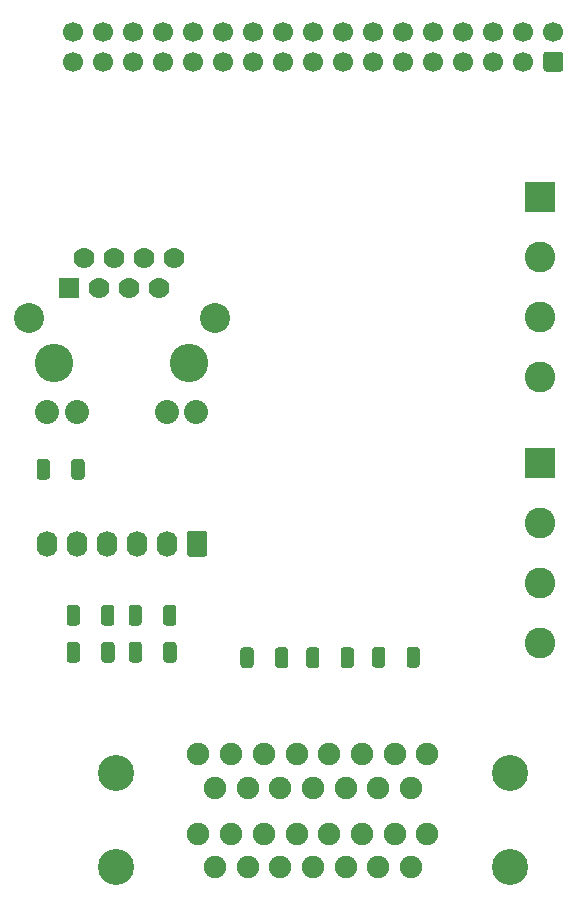
<source format=gbr>
%TF.GenerationSoftware,KiCad,Pcbnew,(5.1.9)-1*%
%TF.CreationDate,2021-06-09T13:11:05-04:00*%
%TF.ProjectId,encoder signal conditioner_rev7,656e636f-6465-4722-9073-69676e616c20,rev?*%
%TF.SameCoordinates,Original*%
%TF.FileFunction,Soldermask,Top*%
%TF.FilePolarity,Negative*%
%FSLAX46Y46*%
G04 Gerber Fmt 4.6, Leading zero omitted, Abs format (unit mm)*
G04 Created by KiCad (PCBNEW (5.1.9)-1) date 2021-06-09 13:11:05*
%MOMM*%
%LPD*%
G01*
G04 APERTURE LIST*
%ADD10C,3.050000*%
%ADD11C,1.900000*%
%ADD12O,1.740000X2.190000*%
%ADD13C,2.600000*%
%ADD14R,2.600000X2.600000*%
%ADD15C,3.251200*%
%ADD16C,2.540000*%
%ADD17C,2.032000*%
%ADD18C,1.778000*%
%ADD19R,1.778000X1.778000*%
%ADD20C,1.700000*%
G04 APERTURE END LIST*
D10*
%TO.C,U1*%
X144170540Y-122120400D03*
X110850540Y-122120400D03*
X144170540Y-114120400D03*
X110850540Y-114120400D03*
D11*
X117829540Y-112530400D03*
X117829540Y-119280400D03*
X119214540Y-115370400D03*
X120599540Y-112530400D03*
X121984540Y-115370400D03*
X123369540Y-112530400D03*
X124754540Y-115370400D03*
X126139540Y-112530400D03*
X127524540Y-115370400D03*
X128909540Y-112530400D03*
X130294540Y-115370400D03*
X131679540Y-112530400D03*
X133064540Y-115370400D03*
X134449540Y-112530400D03*
X135834540Y-115370400D03*
X137219540Y-112530400D03*
X119214540Y-122120400D03*
X120599540Y-119280400D03*
X121984540Y-122120400D03*
X123369540Y-119280400D03*
X124754540Y-122120400D03*
X126139540Y-119280400D03*
X127524540Y-122120400D03*
X128909540Y-119280400D03*
X130294540Y-122120400D03*
X131679540Y-119280400D03*
X133064540Y-122120400D03*
X134449540Y-119280400D03*
X135834540Y-122120400D03*
X137219540Y-119280400D03*
%TD*%
D12*
%TO.C,J2*%
X105008600Y-94714060D03*
X107548600Y-94714060D03*
X110088600Y-94714060D03*
X112628600Y-94714060D03*
X115168600Y-94714060D03*
G36*
G01*
X118578600Y-93869059D02*
X118578600Y-95559061D01*
G75*
G02*
X118328601Y-95809060I-249999J0D01*
G01*
X117088599Y-95809060D01*
G75*
G02*
X116838600Y-95559061I0J249999D01*
G01*
X116838600Y-93869059D01*
G75*
G02*
X117088599Y-93619060I249999J0D01*
G01*
X118328601Y-93619060D01*
G75*
G02*
X118578600Y-93869059I0J-249999D01*
G01*
G37*
%TD*%
D13*
%TO.C,J4*%
X146740880Y-80571340D03*
X146740880Y-75491340D03*
X146740880Y-70411340D03*
D14*
X146740880Y-65331340D03*
%TD*%
D13*
%TO.C,J5*%
X146740880Y-103164640D03*
X146740880Y-98084640D03*
X146740880Y-93004640D03*
D14*
X146740880Y-87924640D03*
%TD*%
%TO.C,120*%
G36*
G01*
X124302820Y-104991062D02*
X124302820Y-103741058D01*
G75*
G02*
X124552818Y-103491060I249998J0D01*
G01*
X125177822Y-103491060D01*
G75*
G02*
X125427820Y-103741058I0J-249998D01*
G01*
X125427820Y-104991062D01*
G75*
G02*
X125177822Y-105241060I-249998J0D01*
G01*
X124552818Y-105241060D01*
G75*
G02*
X124302820Y-104991062I0J249998D01*
G01*
G37*
G36*
G01*
X121377820Y-104991062D02*
X121377820Y-103741058D01*
G75*
G02*
X121627818Y-103491060I249998J0D01*
G01*
X122252822Y-103491060D01*
G75*
G02*
X122502820Y-103741058I0J-249998D01*
G01*
X122502820Y-104991062D01*
G75*
G02*
X122252822Y-105241060I-249998J0D01*
G01*
X121627818Y-105241060D01*
G75*
G02*
X121377820Y-104991062I0J249998D01*
G01*
G37*
%TD*%
%TO.C,120*%
G36*
G01*
X129873310Y-104991062D02*
X129873310Y-103741058D01*
G75*
G02*
X130123308Y-103491060I249998J0D01*
G01*
X130748312Y-103491060D01*
G75*
G02*
X130998310Y-103741058I0J-249998D01*
G01*
X130998310Y-104991062D01*
G75*
G02*
X130748312Y-105241060I-249998J0D01*
G01*
X130123308Y-105241060D01*
G75*
G02*
X129873310Y-104991062I0J249998D01*
G01*
G37*
G36*
G01*
X126948310Y-104991062D02*
X126948310Y-103741058D01*
G75*
G02*
X127198308Y-103491060I249998J0D01*
G01*
X127823312Y-103491060D01*
G75*
G02*
X128073310Y-103741058I0J-249998D01*
G01*
X128073310Y-104991062D01*
G75*
G02*
X127823312Y-105241060I-249998J0D01*
G01*
X127198308Y-105241060D01*
G75*
G02*
X126948310Y-104991062I0J249998D01*
G01*
G37*
%TD*%
%TO.C,120*%
G36*
G01*
X135443800Y-104955502D02*
X135443800Y-103705498D01*
G75*
G02*
X135693798Y-103455500I249998J0D01*
G01*
X136318802Y-103455500D01*
G75*
G02*
X136568800Y-103705498I0J-249998D01*
G01*
X136568800Y-104955502D01*
G75*
G02*
X136318802Y-105205500I-249998J0D01*
G01*
X135693798Y-105205500D01*
G75*
G02*
X135443800Y-104955502I0J249998D01*
G01*
G37*
G36*
G01*
X132518800Y-104955502D02*
X132518800Y-103705498D01*
G75*
G02*
X132768798Y-103455500I249998J0D01*
G01*
X133393802Y-103455500D01*
G75*
G02*
X133643800Y-103705498I0J-249998D01*
G01*
X133643800Y-104955502D01*
G75*
G02*
X133393802Y-105205500I-249998J0D01*
G01*
X132768798Y-105205500D01*
G75*
G02*
X132518800Y-104955502I0J249998D01*
G01*
G37*
%TD*%
%TO.C,R7*%
G36*
G01*
X107794760Y-103278778D02*
X107794760Y-104528782D01*
G75*
G02*
X107544762Y-104778780I-249998J0D01*
G01*
X106919758Y-104778780D01*
G75*
G02*
X106669760Y-104528782I0J249998D01*
G01*
X106669760Y-103278778D01*
G75*
G02*
X106919758Y-103028780I249998J0D01*
G01*
X107544762Y-103028780D01*
G75*
G02*
X107794760Y-103278778I0J-249998D01*
G01*
G37*
G36*
G01*
X110719760Y-103278778D02*
X110719760Y-104528782D01*
G75*
G02*
X110469762Y-104778780I-249998J0D01*
G01*
X109844758Y-104778780D01*
G75*
G02*
X109594760Y-104528782I0J249998D01*
G01*
X109594760Y-103278778D01*
G75*
G02*
X109844758Y-103028780I249998J0D01*
G01*
X110469762Y-103028780D01*
G75*
G02*
X110719760Y-103278778I0J-249998D01*
G01*
G37*
%TD*%
%TO.C,R8*%
G36*
G01*
X107789140Y-100157118D02*
X107789140Y-101407122D01*
G75*
G02*
X107539142Y-101657120I-249998J0D01*
G01*
X106914138Y-101657120D01*
G75*
G02*
X106664140Y-101407122I0J249998D01*
G01*
X106664140Y-100157118D01*
G75*
G02*
X106914138Y-99907120I249998J0D01*
G01*
X107539142Y-99907120D01*
G75*
G02*
X107789140Y-100157118I0J-249998D01*
G01*
G37*
G36*
G01*
X110714140Y-100157118D02*
X110714140Y-101407122D01*
G75*
G02*
X110464142Y-101657120I-249998J0D01*
G01*
X109839138Y-101657120D01*
G75*
G02*
X109589140Y-101407122I0J249998D01*
G01*
X109589140Y-100157118D01*
G75*
G02*
X109839138Y-99907120I249998J0D01*
G01*
X110464142Y-99907120D01*
G75*
G02*
X110714140Y-100157118I0J-249998D01*
G01*
G37*
%TD*%
%TO.C,R9*%
G36*
G01*
X114831700Y-101407122D02*
X114831700Y-100157118D01*
G75*
G02*
X115081698Y-99907120I249998J0D01*
G01*
X115706702Y-99907120D01*
G75*
G02*
X115956700Y-100157118I0J-249998D01*
G01*
X115956700Y-101407122D01*
G75*
G02*
X115706702Y-101657120I-249998J0D01*
G01*
X115081698Y-101657120D01*
G75*
G02*
X114831700Y-101407122I0J249998D01*
G01*
G37*
G36*
G01*
X111906700Y-101407122D02*
X111906700Y-100157118D01*
G75*
G02*
X112156698Y-99907120I249998J0D01*
G01*
X112781702Y-99907120D01*
G75*
G02*
X113031700Y-100157118I0J-249998D01*
G01*
X113031700Y-101407122D01*
G75*
G02*
X112781702Y-101657120I-249998J0D01*
G01*
X112156698Y-101657120D01*
G75*
G02*
X111906700Y-101407122I0J249998D01*
G01*
G37*
%TD*%
%TO.C,R10*%
G36*
G01*
X114852020Y-104528782D02*
X114852020Y-103278778D01*
G75*
G02*
X115102018Y-103028780I249998J0D01*
G01*
X115727022Y-103028780D01*
G75*
G02*
X115977020Y-103278778I0J-249998D01*
G01*
X115977020Y-104528782D01*
G75*
G02*
X115727022Y-104778780I-249998J0D01*
G01*
X115102018Y-104778780D01*
G75*
G02*
X114852020Y-104528782I0J249998D01*
G01*
G37*
G36*
G01*
X111927020Y-104528782D02*
X111927020Y-103278778D01*
G75*
G02*
X112177018Y-103028780I249998J0D01*
G01*
X112802022Y-103028780D01*
G75*
G02*
X113052020Y-103278778I0J-249998D01*
G01*
X113052020Y-104528782D01*
G75*
G02*
X112802022Y-104778780I-249998J0D01*
G01*
X112177018Y-104778780D01*
G75*
G02*
X111927020Y-104528782I0J249998D01*
G01*
G37*
%TD*%
%TO.C,270*%
G36*
G01*
X107059300Y-89042402D02*
X107059300Y-87792398D01*
G75*
G02*
X107309298Y-87542400I249998J0D01*
G01*
X107934302Y-87542400D01*
G75*
G02*
X108184300Y-87792398I0J-249998D01*
G01*
X108184300Y-89042402D01*
G75*
G02*
X107934302Y-89292400I-249998J0D01*
G01*
X107309298Y-89292400D01*
G75*
G02*
X107059300Y-89042402I0J249998D01*
G01*
G37*
G36*
G01*
X104134300Y-89042402D02*
X104134300Y-87792398D01*
G75*
G02*
X104384298Y-87542400I249998J0D01*
G01*
X105009302Y-87542400D01*
G75*
G02*
X105259300Y-87792398I0J-249998D01*
G01*
X105259300Y-89042402D01*
G75*
G02*
X105009302Y-89292400I-249998J0D01*
G01*
X104384298Y-89292400D01*
G75*
G02*
X104134300Y-89042402I0J249998D01*
G01*
G37*
%TD*%
D15*
%TO.C,J1*%
X117068600Y-79451200D03*
X105638600Y-79451200D03*
D16*
X119227600Y-75565000D03*
X103479600Y-75565000D03*
D17*
X115138200Y-83566000D03*
X117652800Y-83566000D03*
X107543600Y-83566000D03*
X105029000Y-83566000D03*
D18*
X115798600Y-70561200D03*
X114528600Y-73101200D03*
X113258600Y-70561200D03*
X111988600Y-73101200D03*
X110718600Y-70561200D03*
X109448600Y-73101200D03*
X108178600Y-70561200D03*
D19*
X106908600Y-73101200D03*
%TD*%
D20*
%TO.C,J3*%
X107231180Y-51358800D03*
X109771180Y-51358800D03*
X112311180Y-51358800D03*
X114851180Y-51358800D03*
X117391180Y-51358800D03*
X119931180Y-51358800D03*
X122471180Y-51358800D03*
X125011180Y-51358800D03*
X127551180Y-51358800D03*
X130091180Y-51358800D03*
X132631180Y-51358800D03*
X135171180Y-51358800D03*
X137711180Y-51358800D03*
X140251180Y-51358800D03*
X142791180Y-51358800D03*
X145331180Y-51358800D03*
X147871180Y-51358800D03*
X107231180Y-53898800D03*
X109771180Y-53898800D03*
X112311180Y-53898800D03*
X114851180Y-53898800D03*
X117391180Y-53898800D03*
X119931180Y-53898800D03*
X122471180Y-53898800D03*
X125011180Y-53898800D03*
X127551180Y-53898800D03*
X130091180Y-53898800D03*
X132631180Y-53898800D03*
X135171180Y-53898800D03*
X137711180Y-53898800D03*
X140251180Y-53898800D03*
X142791180Y-53898800D03*
X145331180Y-53898800D03*
G36*
G01*
X148471180Y-54748800D02*
X147271180Y-54748800D01*
G75*
G02*
X147021180Y-54498800I0J250000D01*
G01*
X147021180Y-53298800D01*
G75*
G02*
X147271180Y-53048800I250000J0D01*
G01*
X148471180Y-53048800D01*
G75*
G02*
X148721180Y-53298800I0J-250000D01*
G01*
X148721180Y-54498800D01*
G75*
G02*
X148471180Y-54748800I-250000J0D01*
G01*
G37*
%TD*%
M02*

</source>
